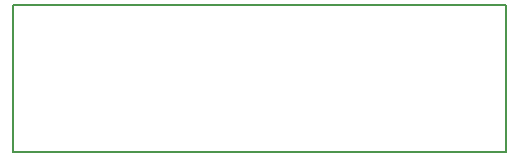
<source format=gko>
G04 #@! TF.FileFunction,Profile,NP*
%FSLAX46Y46*%
G04 Gerber Fmt 4.6, Leading zero omitted, Abs format (unit mm)*
G04 Created by KiCad (PCBNEW 4.0.1-3.201512221402+6198~38~ubuntu15.04.1-stable) date Sat 02 Jan 2016 06:06:27 PM EST*
%MOMM*%
G01*
G04 APERTURE LIST*
%ADD10C,0.100000*%
%ADD11C,0.150000*%
G04 APERTURE END LIST*
D10*
D11*
X34000000Y-42500000D02*
X34000000Y-42000000D01*
X75750000Y-42500000D02*
X75750000Y-42000000D01*
X75750000Y-30000000D02*
X75750000Y-42000000D01*
X34000000Y-30000000D02*
X75750000Y-30000000D01*
X34000000Y-42000000D02*
X34000000Y-30000000D01*
X75750000Y-42500000D02*
X34000000Y-42500000D01*
M02*

</source>
